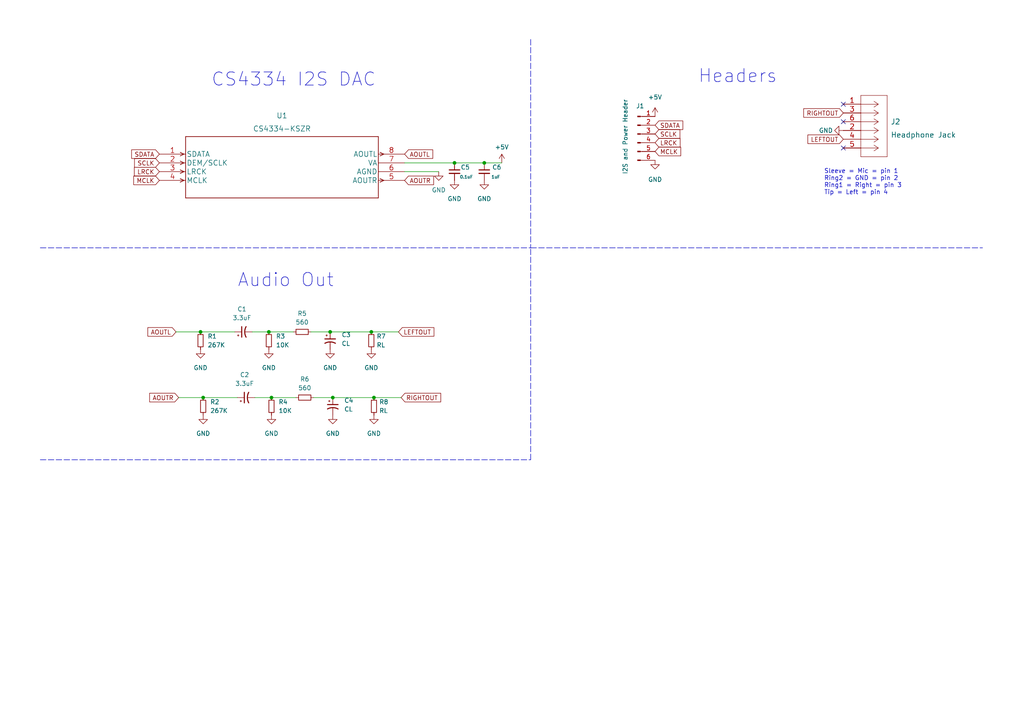
<source format=kicad_sch>
(kicad_sch (version 20211123) (generator eeschema)
  (paper "A4")
  (lib_symbols
    (symbol "CS4334:CS4334-KSZR" (pin_names (offset 0.254))
      (property "Reference" "U" (at 35.56 10.16 0))
      (property "Value" "CS4334-KSZR" (at 35.56 7.62 0))
      (symbol "CS4334-KSZR_1_1"
        (polyline (pts (xy 7.112 -7.62) (xy 6.0452 -8.128)) (stroke (width 0.2032)))
        (polyline (pts (xy 7.112 -7.62) (xy 6.0452 -7.112)) (stroke (width 0.2032)))
        (polyline (pts (xy 7.112 -5.08) (xy 6.0452 -5.588)) (stroke (width 0.2032)))
        (polyline (pts (xy 7.112 -5.08) (xy 6.0452 -4.572)) (stroke (width 0.2032)))
        (polyline (pts (xy 7.112 -2.54) (xy 6.0452 -3.048)) (stroke (width 0.2032)))
        (polyline (pts (xy 7.112 -2.54) (xy 6.0452 -2.032)) (stroke (width 0.2032)))
        (polyline (pts (xy 7.112 0) (xy 6.0452 -0.508)) (stroke (width 0.2032)))
        (polyline (pts (xy 7.112 0) (xy 6.0452 0.508)) (stroke (width 0.2032)))
        (polyline (pts (xy 7.62 -12.7) (xy 63.5 -12.7)) (stroke (width 0.2032)))
        (polyline (pts (xy 7.62 5.08) (xy 7.62 -12.7)) (stroke (width 0.2032)))
        (polyline (pts (xy 63.5 -12.7) (xy 63.5 5.08)) (stroke (width 0.2032)))
        (polyline (pts (xy 63.5 5.08) (xy 7.62 5.08)) (stroke (width 0.2032)))
        (polyline (pts (xy 64.008 -8.128) (xy 65.0748 -7.62)) (stroke (width 0.2032)))
        (polyline (pts (xy 64.008 -7.112) (xy 65.0748 -7.62)) (stroke (width 0.2032)))
        (polyline (pts (xy 64.008 -0.508) (xy 65.0748 0)) (stroke (width 0.2032)))
        (polyline (pts (xy 64.008 0.508) (xy 65.0748 0)) (stroke (width 0.2032)))
        (pin input line (at 0 0 0) (length 7.62) (name "SDATA") (number "1"))
        (pin input line (at 0 -2.54 0) (length 7.62) (name "DEM/SCLK") (number "2"))
        (pin input line (at 0 -5.08 0) (length 7.62) (name "LRCK") (number "3"))
        (pin input line (at 0 -7.62 0) (length 7.62) (name "MCLK") (number "4"))
        (pin output line (at 71.12 -7.62 180) (length 7.62) (name "AOUTR") (number "5"))
        (pin power_in line (at 71.12 -5.08 180) (length 7.62) (name "AGND") (number "6"))
        (pin power_in line (at 71.12 -2.54 180) (length 7.62) (name "VA") (number "7"))
        (pin output line (at 71.12 0 180) (length 7.62) (name "AOUTL") (number "8"))
      )
    )
    (symbol "Connector:Conn_01x06_Male" (pin_names (offset 1.016) hide)
      (property "Reference" "J" (at 0 7.62 0))
      (property "Value" "Conn_01x06_Male" (at 0 -10.16 0))
      (symbol "Conn_01x06_Male_1_1"
        (polyline (pts (xy 1.27 -7.62) (xy 0.8636 -7.62)) (stroke (width 0.1524)))
        (polyline (pts (xy 1.27 -5.08) (xy 0.8636 -5.08)) (stroke (width 0.1524)))
        (polyline (pts (xy 1.27 -2.54) (xy 0.8636 -2.54)) (stroke (width 0.1524)))
        (polyline (pts (xy 1.27 0) (xy 0.8636 0)) (stroke (width 0.1524)))
        (polyline (pts (xy 1.27 2.54) (xy 0.8636 2.54)) (stroke (width 0.1524)))
        (polyline (pts (xy 1.27 5.08) (xy 0.8636 5.08)) (stroke (width 0.1524)))
        (rectangle (start 0.8636 -7.493) (end 0 -7.747) (stroke (width 0.1524)) (fill (type outline)))
        (rectangle (start 0.8636 -4.953) (end 0 -5.207) (stroke (width 0.1524)) (fill (type outline)))
        (rectangle (start 0.8636 -2.413) (end 0 -2.667) (stroke (width 0.1524)) (fill (type outline)))
        (rectangle (start 0.8636 0.127) (end 0 -0.127) (stroke (width 0.1524)) (fill (type outline)))
        (rectangle (start 0.8636 2.667) (end 0 2.413) (stroke (width 0.1524)) (fill (type outline)))
        (rectangle (start 0.8636 5.207) (end 0 4.953) (stroke (width 0.1524)) (fill (type outline)))
        (pin passive line (at 5.08 5.08 180) (length 3.81) (name "Pin_1") (number "1"))
        (pin passive line (at 5.08 2.54 180) (length 3.81) (name "Pin_2") (number "2"))
        (pin passive line (at 5.08 0 180) (length 3.81) (name "Pin_3") (number "3"))
        (pin passive line (at 5.08 -2.54 180) (length 3.81) (name "Pin_4") (number "4"))
        (pin passive line (at 5.08 -5.08 180) (length 3.81) (name "Pin_5") (number "5"))
        (pin passive line (at 5.08 -7.62 180) (length 3.81) (name "Pin_6") (number "6"))
      )
    )
    (symbol "Device:C_Polarized_Small_US" (pin_numbers hide) (pin_names (offset 0.254) hide)
      (property "Reference" "C" (at 0.254 1.778 0))
      (property "Value" "C_Polarized_Small_US" (at 0.254 -2.032 0))
      (symbol "C_Polarized_Small_US_0_1"
        (polyline (pts (xy -1.524 0.508) (xy 1.524 0.508)) (stroke (width 0.3048)))
        (polyline (pts (xy -1.27 1.524) (xy -0.762 1.524)))
        (polyline (pts (xy -1.016 1.27) (xy -1.016 1.778)))
        (arc (start 1.524 -0.762) (mid 0 -0.3734) (end -1.524 -0.762) (stroke (width 0.3048)))
      )
      (symbol "C_Polarized_Small_US_1_1"
        (pin passive line (at 0 2.54 270) (length 2.032) (name "~") (number "1"))
        (pin passive line (at 0 -2.54 90) (length 2.032) (name "~") (number "2"))
      )
    )
    (symbol "Device:C_Small" (pin_numbers hide) (pin_names (offset 0.254) hide)
      (property "Reference" "C" (at 0.254 1.778 0))
      (property "Value" "C_Small" (at 0.254 -2.032 0))
      (symbol "C_Small_0_1"
        (polyline (pts (xy -1.524 -0.508) (xy 1.524 -0.508)) (stroke (width 0.3302)))
        (polyline (pts (xy -1.524 0.508) (xy 1.524 0.508)) (stroke (width 0.3048)))
      )
      (symbol "C_Small_1_1"
        (pin passive line (at 0 2.54 270) (length 2.032) (name "~") (number "1"))
        (pin passive line (at 0 -2.54 90) (length 2.032) (name "~") (number "2"))
      )
    )
    (symbol "Device:R_Small" (pin_numbers hide) (pin_names (offset 0.254) hide)
      (property "Reference" "R" (at 0.762 0.508 0))
      (property "Value" "R_Small" (at 0.762 -1.016 0))
      (symbol "R_Small_0_1"
        (rectangle (start -0.762 1.778) (end 0.762 -1.778) (stroke (width 0.2032)))
      )
      (symbol "R_Small_1_1"
        (pin passive line (at 0 2.54 270) (length 0.762) (name "~") (number "1"))
        (pin passive line (at 0 -2.54 90) (length 0.762) (name "~") (number "2"))
      )
    )
    (symbol "Tensility:54-00177" (pin_names (offset 0.254) hide)
      (property "Reference" "J" (at 8.89 6.35 0))
      (property "Value" "54-00177" (at 10.16 -5.08 0))
      (symbol "54-00177_1_1"
        (polyline (pts (xy 5.08 -15.24) (xy 12.7 -15.24)) (stroke (width 0.127)))
        (polyline (pts (xy 5.08 2.54) (xy 5.08 -15.24)) (stroke (width 0.127)))
        (polyline (pts (xy 10.16 -12.7) (xy 5.08 -12.7)) (stroke (width 0.127)))
        (polyline (pts (xy 10.16 -12.7) (xy 8.89 -13.5382)) (stroke (width 0.127)))
        (polyline (pts (xy 10.16 -12.7) (xy 8.89 -11.8618)) (stroke (width 0.127)))
        (polyline (pts (xy 10.16 -10.16) (xy 5.08 -10.16)) (stroke (width 0.127)))
        (polyline (pts (xy 10.16 -10.16) (xy 8.89 -10.9982)) (stroke (width 0.127)))
        (polyline (pts (xy 10.16 -10.16) (xy 8.89 -9.3218)) (stroke (width 0.127)))
        (polyline (pts (xy 10.16 -7.62) (xy 5.08 -7.62)) (stroke (width 0.127)))
        (polyline (pts (xy 10.16 -7.62) (xy 8.89 -8.4582)) (stroke (width 0.127)))
        (polyline (pts (xy 10.16 -7.62) (xy 8.89 -6.7818)) (stroke (width 0.127)))
        (polyline (pts (xy 10.16 -5.08) (xy 5.08 -5.08)) (stroke (width 0.127)))
        (polyline (pts (xy 10.16 -5.08) (xy 8.89 -5.9182)) (stroke (width 0.127)))
        (polyline (pts (xy 10.16 -5.08) (xy 8.89 -4.2418)) (stroke (width 0.127)))
        (polyline (pts (xy 10.16 -2.54) (xy 5.08 -2.54)) (stroke (width 0.127)))
        (polyline (pts (xy 10.16 -2.54) (xy 8.89 -3.3782)) (stroke (width 0.127)))
        (polyline (pts (xy 10.16 -2.54) (xy 8.89 -1.7018)) (stroke (width 0.127)))
        (polyline (pts (xy 10.16 0) (xy 5.08 0)) (stroke (width 0.127)))
        (polyline (pts (xy 10.16 0) (xy 8.89 -0.8382)) (stroke (width 0.127)))
        (polyline (pts (xy 10.16 0) (xy 8.89 0.8382)) (stroke (width 0.127)))
        (polyline (pts (xy 12.7 -15.24) (xy 12.7 2.54)) (stroke (width 0.127)))
        (polyline (pts (xy 12.7 2.54) (xy 5.08 2.54)) (stroke (width 0.127)))
        (pin unspecified line (at 0 0 0) (length 5.08) (name "1") (number "1"))
        (pin unspecified line (at 0 -7.62 0) (length 5.08) (name "2") (number "2"))
        (pin unspecified line (at 0 -2.54 0) (length 5.08) (name "3") (number "3"))
        (pin unspecified line (at 0 -10.16 0) (length 5.08) (name "4") (number "4"))
        (pin unspecified line (at 0 -12.7 0) (length 5.08) (name "5") (number "5"))
        (pin unspecified line (at 0 -5.08 0) (length 5.08) (name "6") (number "6"))
      )
    )
    (symbol "power:+5V" (power) (pin_names (offset 0))
      (property "Value" "+5V" (at 0 3.556 0))
      (symbol "+5V_0_1"
        (polyline (pts (xy -0.762 1.27) (xy 0 2.54)))
        (polyline (pts (xy 0 0) (xy 0 2.54)))
        (polyline (pts (xy 0 2.54) (xy 0.762 1.27)))
      )
      (symbol "+5V_1_1"
        (pin power_in line (at 0 0 90) (length 0) hide (name "+5V") (number "1"))
      )
    )
    (symbol "power:GND" (power) (pin_names (offset 0))
      (property "Value" "GND" (at 0 -3.81 0))
      (symbol "GND_0_1"
        (polyline (pts (xy 0 0) (xy 0 -1.27) (xy 1.27 -1.27) (xy 0 -2.54) (xy -1.27 -1.27) (xy 0 -1.27)))
      )
      (symbol "GND_1_1"
        (pin power_in line (at 0 0 270) (length 0) hide (name "GND") (number "1"))
      )
    )
  )
  (junction (at 77.978 96.266))
  (junction (at 140.462 47.244))
  (junction (at 95.758 96.266))
  (junction (at 96.52 115.316))
  (junction (at 131.826 47.244))
  (junction (at 107.696 96.266))
  (junction (at 78.74 115.316))
  (junction (at 58.166 96.266))
  (junction (at 108.458 115.316))
  (junction (at 58.928 115.316))
  (no_connect (at 244.602 42.926))
  (no_connect (at 244.602 30.226))
  (no_connect (at 244.602 35.306))
  (wire (pts (xy 77.978 96.266) (xy 85.09 96.266)))
  (wire (pts (xy 96.52 115.316) (xy 108.458 115.316)))
  (wire (pts (xy 117.348 49.784) (xy 127.254 49.784)))
  (wire (pts (xy 58.928 115.316) (xy 68.834 115.316)))
  (wire (pts (xy 51.816 115.316) (xy 58.928 115.316)))
  (wire (pts (xy 78.74 115.316) (xy 85.852 115.316)))
  (wire (pts (xy 107.696 96.266) (xy 115.57 96.266)))
  (polyline (pts (xy 11.684 71.882) (xy 153.924 71.882)))
  (wire (pts (xy 90.17 96.266) (xy 95.758 96.266)))
  (polyline (pts (xy 11.684 133.35) (xy 153.924 133.35)))
  (wire (pts (xy 117.348 47.244) (xy 131.826 47.244)))
  (wire (pts (xy 51.054 96.266) (xy 58.166 96.266)))
  (wire (pts (xy 90.932 115.316) (xy 96.52 115.316)))
  (wire (pts (xy 95.758 96.266) (xy 107.696 96.266)))
  (wire (pts (xy 58.166 96.266) (xy 68.072 96.266)))
  (wire (pts (xy 108.458 115.316) (xy 116.332 115.316)))
  (polyline (pts (xy 153.924 11.43) (xy 153.924 71.882)))
  (polyline (pts (xy 153.924 133.35) (xy 153.924 71.628)))
  (wire (pts (xy 73.152 96.266) (xy 77.978 96.266)))
  (wire (pts (xy 131.826 47.244) (xy 140.462 47.244)))
  (wire (pts (xy 140.462 47.244) (xy 145.542 47.244)))
  (polyline (pts (xy 153.924 71.882) (xy 284.988 71.882)))
  (wire (pts (xy 73.914 115.316) (xy 78.74 115.316)))
  (text "CS4334 I2S DAC" (at 61.214 25.4 0) (effects (font (size 3.81 3.81)) (justify left bottom)))
  (text "Audio Out" (at 68.834 83.566 0) (effects (font (size 3.81 3.81)) (justify left bottom)))
  (text "Headers" (at 202.438 24.384 0) (effects (font (size 3.81 3.81)) (justify left bottom)))
  (text "Sleeve = Mic = pin 1\nRing2 = GND = pin 2\nRing1 = Right = pin 3\nTip = Left = pin 4\n" (at 239.014 56.642 0) (effects (font (size 1.27 1.27)) (justify left bottom)))
  (global_label "AOUTL" (shape input) (at 117.348 44.704 0) (property "Intersheet References" "${INTERSHEET_REFS}" (effects hide)))
  (global_label "LEFTOUT" (shape input) (at 244.602 40.386 180) (property "Intersheet References" "${INTERSHEET_REFS}" (effects hide)))
  (global_label "AOUTR" (shape input) (at 51.816 115.316 180) (property "Intersheet References" "${INTERSHEET_REFS}" (effects hide)))
  (global_label "AOUTL" (shape input) (at 51.054 96.266 180) (property "Intersheet References" "${INTERSHEET_REFS}" (effects hide)))
  (global_label "SCLK" (shape input) (at 46.228 47.244 180) (property "Intersheet References" "${INTERSHEET_REFS}" (effects hide)))
  (global_label "LRCK" (shape input) (at 46.228 49.784 180) (property "Intersheet References" "${INTERSHEET_REFS}" (effects hide)))
  (global_label "MCLK" (shape input) (at 46.228 52.324 180) (property "Intersheet References" "${INTERSHEET_REFS}" (effects hide)))
  (global_label "SDATA" (shape input) (at 189.992 36.322 0) (property "Intersheet References" "${INTERSHEET_REFS}" (effects hide)))
  (global_label "SDATA" (shape input) (at 46.228 44.704 180) (property "Intersheet References" "${INTERSHEET_REFS}" (effects hide)))
  (global_label "RIGHTOUT" (shape input) (at 244.602 32.766 180) (property "Intersheet References" "${INTERSHEET_REFS}" (effects hide)))
  (global_label "LEFTOUT" (shape input) (at 115.57 96.266 0) (property "Intersheet References" "${INTERSHEET_REFS}" (effects hide)))
  (global_label "RIGHTOUT" (shape input) (at 116.332 115.316 0) (property "Intersheet References" "${INTERSHEET_REFS}" (effects hide)))
  (global_label "AOUTR" (shape input) (at 117.348 52.324 0) (property "Intersheet References" "${INTERSHEET_REFS}" (effects hide)))
  (global_label "MCLK" (shape input) (at 189.992 43.942 0) (property "Intersheet References" "${INTERSHEET_REFS}" (effects hide)))
  (global_label "SCLK" (shape input) (at 189.992 38.862 0) (property "Intersheet References" "${INTERSHEET_REFS}" (effects hide)))
  (global_label "LRCK" (shape input) (at 189.992 41.402 0) (property "Intersheet References" "${INTERSHEET_REFS}" (effects hide)))
  (symbol (lib_id "Device:R_Small") (at 88.392 115.316 90) (unit 1)
    (property "Reference" "R6" (at 88.392 109.982 90))
    (property "Value" "560" (at 88.392 112.522 90))
    (property "Footprint" "Resistor_SMD:R_0805_2012Metric_Pad1.20x1.40mm_HandSolder" (effects hide))
  )
  (symbol (lib_id "Device:C_Small") (at 140.462 49.784 0) (unit 1)
    (property "Reference" "C6" (at 142.748 48.514 0) (effects (justify left)))
    (property "Value" "1uF" (at 142.494 51.308 0) (effects (font (size 0.889 0.889)) (justify left)))
    (property "Footprint" "Capacitor_SMD:C_0805_2012Metric_Pad1.18x1.45mm_HandSolder" (effects hide))
  )
  (symbol (lib_id "power:GND") (at 78.74 120.396 0) (unit 1)
    (property "Reference" "#PWR04" (effects hide))
    (property "Value" "GND" (at 78.74 125.73 0))
  )
  (symbol (lib_id "Device:C_Polarized_Small_US") (at 96.52 117.856 0) (unit 1)
    (property "Reference" "C4" (at 99.822 116.1541 0) (effects (justify left)))
    (property "Value" "CL" (at 99.822 118.6941 0) (effects (justify left)))
    (property "Footprint" "Capacitor_SMD:C_1206_3216Metric" (effects hide))
  )
  (symbol (lib_id "Device:R_Small") (at 108.458 117.856 0) (unit 1)
    (property "Reference" "R8" (at 109.982 116.5859 0) (effects (justify left)))
    (property "Value" "RL" (at 109.982 119.1259 0) (effects (justify left)))
    (property "Footprint" "Resistor_SMD:R_0805_2012Metric_Pad1.20x1.40mm_HandSolder" (effects hide))
  )
  (symbol (lib_id "power:GND") (at 95.758 101.346 0) (unit 1)
    (property "Reference" "#PWR05" (effects hide))
    (property "Value" "GND" (at 95.758 106.68 0))
  )
  (symbol (lib_id "Device:C_Polarized_Small_US") (at 95.758 98.806 0) (unit 1)
    (property "Reference" "C3" (at 99.06 97.1041 0) (effects (justify left)))
    (property "Value" "CL" (at 99.06 99.6441 0) (effects (justify left)))
    (property "Footprint" "Capacitor_SMD:C_1206_3216Metric" (effects hide))
  )
  (symbol (lib_id "power:GND") (at 58.166 101.346 0) (unit 1)
    (property "Reference" "#PWR01" (effects hide))
    (property "Value" "GND" (at 58.166 106.68 0))
  )
  (symbol (lib_id "power:+5V") (at 189.992 33.782 0) (unit 1)
    (property "Reference" "#PWR013" (effects hide))
    (property "Value" "+5V" (at 189.992 28.194 0))
  )
  (symbol (lib_id "Device:R_Small") (at 107.696 98.806 0) (unit 1)
    (property "Reference" "R7" (at 109.22 97.5359 0) (effects (justify left)))
    (property "Value" "RL" (at 109.22 100.0759 0) (effects (justify left)))
    (property "Footprint" "Resistor_SMD:R_0805_2012Metric_Pad1.20x1.40mm_HandSolder" (effects hide))
  )
  (symbol (lib_id "Device:R_Small") (at 87.63 96.266 90) (unit 1)
    (property "Reference" "R5" (at 87.63 90.932 90))
    (property "Value" "560" (at 87.63 93.472 90))
    (property "Footprint" "Resistor_SMD:R_0805_2012Metric_Pad1.20x1.40mm_HandSolder" (effects hide))
  )
  (symbol (lib_id "CS4334:CS4334-KSZR") (at 46.228 44.704 0) (unit 1)
    (property "Reference" "U1" (at 81.788 33.528 0) (effects (font (size 1.524 1.524))))
    (property "Value" "CS4334-KSZR" (at 81.788 37.338 0) (effects (font (size 1.524 1.524))))
    (property "Footprint" "ProjectFootprints:CS4334-KSZR" (effects hide))
  )
  (symbol (lib_id "Device:C_Polarized_Small_US") (at 71.374 115.316 90) (unit 1)
    (property "Reference" "C2" (at 70.9422 108.712 90))
    (property "Value" "3.3uF" (at 70.9422 111.252 90))
    (property "Footprint" "Capacitor_SMD:C_1206_3216Metric" (effects hide))
  )
  (symbol (lib_id "power:GND") (at 140.462 52.324 0) (unit 1)
    (property "Reference" "#PWR011" (effects hide))
    (property "Value" "GND" (at 140.462 57.658 0))
  )
  (symbol (lib_id "power:GND") (at 131.826 52.324 0) (unit 1)
    (property "Reference" "#PWR010" (effects hide))
    (property "Value" "GND" (at 131.826 57.658 0))
  )
  (symbol (lib_id "power:+5V") (at 145.542 47.244 0) (unit 1)
    (property "Reference" "#PWR012" (effects hide))
    (property "Value" "+5V" (at 145.542 42.672 0))
  )
  (symbol (lib_id "power:GND") (at 127.254 49.784 0) (unit 1)
    (property "Reference" "#PWR09" (effects hide))
    (property "Value" "GND" (at 127.254 55.118 0))
  )
  (symbol (lib_id "power:GND") (at 96.52 120.396 0) (unit 1)
    (property "Reference" "#PWR06" (effects hide))
    (property "Value" "GND" (at 96.52 125.73 0))
  )
  (symbol (lib_id "Device:C_Small") (at 131.826 49.784 0) (unit 1)
    (property "Reference" "C5" (at 133.604 48.514 0) (effects (justify left)))
    (property "Value" "0.1uF" (at 133.35 51.308 0) (effects (font (size 0.889 0.889)) (justify left)))
    (property "Footprint" "Capacitor_SMD:C_0805_2012Metric_Pad1.18x1.45mm_HandSolder" (effects hide))
  )
  (symbol (lib_id "Connector:Conn_01x06_Male") (at 184.912 38.862 0) (unit 1)
    (property "Reference" "J1" (at 185.674 30.734 0))
    (property "Value" "I2S and Power Header" (at 181.356 39.624 90))
    (property "Footprint" "Connector_PinHeader_2.54mm:PinHeader_1x06_P2.54mm_Vertical" (effects hide))
  )
  (symbol (lib_id "power:GND") (at 77.978 101.346 0) (unit 1)
    (property "Reference" "#PWR03" (effects hide))
    (property "Value" "GND" (at 77.978 106.68 0))
  )
  (symbol (lib_id "Tensility:54-00177") (at 244.602 30.226 0) (unit 1)
    (property "Reference" "J2" (at 258.318 35.306 0) (effects (font (size 1.524 1.524)) (justify left)))
    (property "Value" "Headphone Jack" (at 258.318 39.116 0) (effects (font (size 1.524 1.524)) (justify left)))
    (property "Footprint" "ProjectFootprints:54-00177" (effects hide))
  )
  (symbol (lib_id "power:GND") (at 58.928 120.396 0) (unit 1)
    (property "Reference" "#PWR02" (effects hide))
    (property "Value" "GND" (at 58.928 125.73 0))
  )
  (symbol (lib_id "power:GND") (at 107.696 101.346 0) (unit 1)
    (property "Reference" "#PWR07" (effects hide))
    (property "Value" "GND" (at 107.696 106.68 0))
  )
  (symbol (lib_id "Device:R_Small") (at 78.74 117.856 0) (unit 1)
    (property "Reference" "R4" (at 80.772 116.5859 0) (effects (justify left)))
    (property "Value" "10K" (at 80.772 119.1259 0) (effects (justify left)))
    (property "Footprint" "Resistor_SMD:R_0805_2012Metric_Pad1.20x1.40mm_HandSolder" (effects hide))
  )
  (symbol (lib_id "Device:C_Polarized_Small_US") (at 70.612 96.266 90) (unit 1)
    (property "Reference" "C1" (at 70.1802 89.662 90))
    (property "Value" "3.3uF" (at 70.1802 92.202 90))
    (property "Footprint" "Capacitor_SMD:C_1206_3216Metric" (effects hide))
  )
  (symbol (lib_id "Device:R_Small") (at 77.978 98.806 0) (unit 1)
    (property "Reference" "R3" (at 80.01 97.5359 0) (effects (justify left)))
    (property "Value" "10K" (at 80.01 100.0759 0) (effects (justify left)))
    (property "Footprint" "Resistor_SMD:R_0805_2012Metric_Pad1.20x1.40mm_HandSolder" (effects hide))
  )
  (symbol (lib_id "power:GND") (at 108.458 120.396 0) (unit 1)
    (property "Reference" "#PWR08" (effects hide))
    (property "Value" "GND" (at 108.458 125.73 0))
  )
  (symbol (lib_id "power:GND") (at 244.602 37.846 270) (unit 1)
    (property "Reference" "#PWR0101" (effects hide))
    (property "Value" "GND" (at 237.49 37.846 90) (effects (justify left)))
  )
  (symbol (lib_id "power:GND") (at 189.992 46.482 0) (unit 1)
    (property "Reference" "#PWR014" (effects hide))
    (property "Value" "GND" (at 189.992 52.07 0))
  )
  (symbol (lib_id "Device:R_Small") (at 58.166 98.806 0) (unit 1)
    (property "Reference" "R1" (at 60.198 97.5359 0) (effects (justify left)))
    (property "Value" "267K" (at 60.198 100.0759 0) (effects (justify left)))
    (property "Footprint" "Resistor_SMD:R_0805_2012Metric_Pad1.20x1.40mm_HandSolder" (effects hide))
  )
  (symbol (lib_id "Device:R_Small") (at 58.928 117.856 0) (unit 1)
    (property "Reference" "R2" (at 60.96 116.5859 0) (effects (justify left)))
    (property "Value" "267K" (at 60.96 119.1259 0) (effects (justify left)))
    (property "Footprint" "Resistor_SMD:R_0805_2012Metric_Pad1.20x1.40mm_HandSolder" (effects hide))
  )
)
</source>
